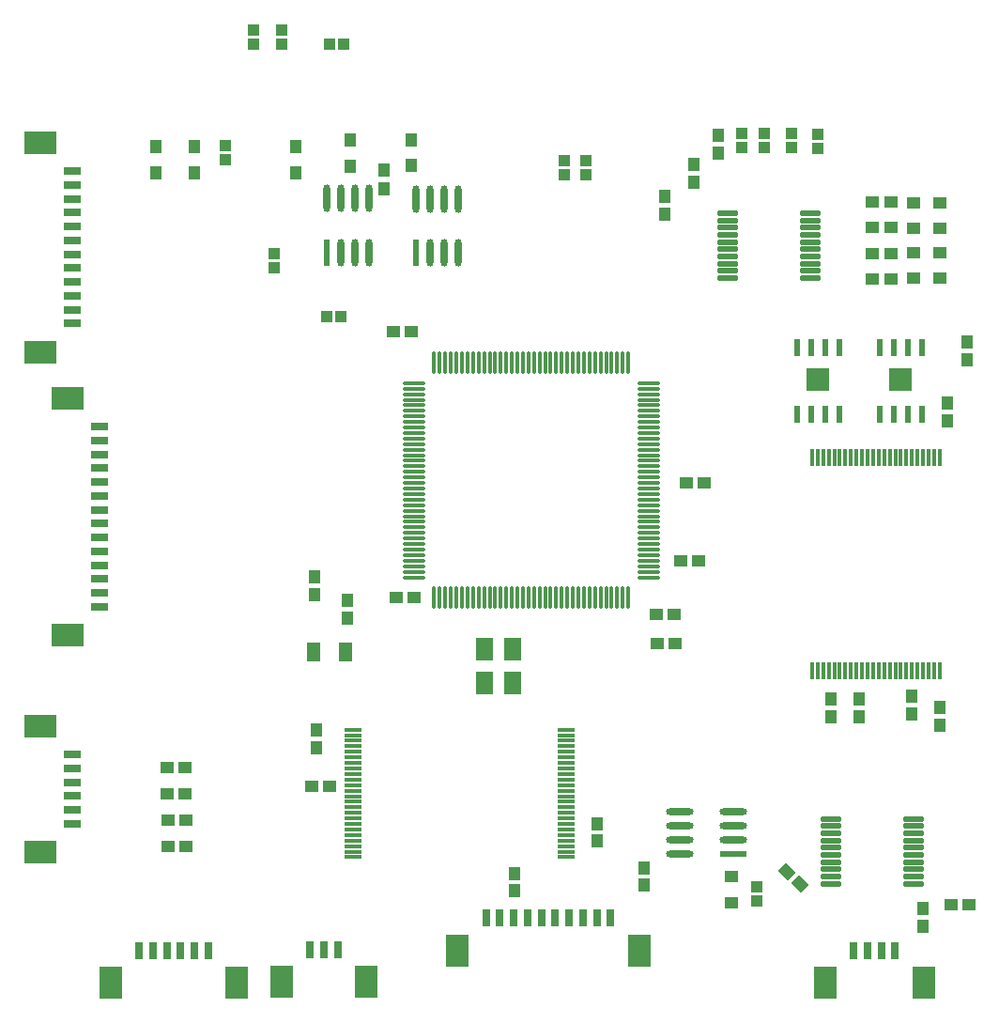
<source format=gtp>
G04*
G04 #@! TF.GenerationSoftware,Altium Limited,Altium Designer,21.1.1 (26)*
G04*
G04 Layer_Color=8421504*
%FSLAX44Y44*%
%MOMM*%
G71*
G04*
G04 #@! TF.SameCoordinates,DA55104B-334F-46BF-AAC2-A5A3D9E97D21*
G04*
G04*
G04 #@! TF.FilePolarity,Positive*
G04*
G01*
G75*
%ADD18R,0.8000X1.6000*%
%ADD19R,2.1000X3.0000*%
%ADD20R,1.0582X1.2061*%
%ADD21R,1.2061X1.0582*%
G04:AMPARAMS|DCode=22|XSize=1.2061mm|YSize=1.0582mm|CornerRadius=0mm|HoleSize=0mm|Usage=FLASHONLY|Rotation=135.000|XOffset=0mm|YOffset=0mm|HoleType=Round|Shape=Rectangle|*
%AMROTATEDRECTD22*
4,1,4,0.8005,-0.0523,0.0523,-0.8005,-0.8005,0.0523,-0.0523,0.8005,0.8005,-0.0523,0.0*
%
%ADD22ROTATEDRECTD22*%

G04:AMPARAMS|DCode=23|XSize=0.45mm|YSize=1.85mm|CornerRadius=0.0495mm|HoleSize=0mm|Usage=FLASHONLY|Rotation=270.000|XOffset=0mm|YOffset=0mm|HoleType=Round|Shape=RoundedRectangle|*
%AMROUNDEDRECTD23*
21,1,0.4500,1.7510,0,0,270.0*
21,1,0.3510,1.8500,0,0,270.0*
1,1,0.0990,-0.8755,-0.1755*
1,1,0.0990,-0.8755,0.1755*
1,1,0.0990,0.8755,0.1755*
1,1,0.0990,0.8755,-0.1755*
%
%ADD23ROUNDEDRECTD23*%
%ADD24R,1.1000X1.2500*%
%ADD25R,1.2500X1.1000*%
%ADD26R,1.6000X0.8000*%
%ADD27R,3.0000X2.1000*%
G04:AMPARAMS|DCode=28|XSize=2.4741mm|YSize=0.6221mm|CornerRadius=0.3111mm|HoleSize=0mm|Usage=FLASHONLY|Rotation=90.000|XOffset=0mm|YOffset=0mm|HoleType=Round|Shape=RoundedRectangle|*
%AMROUNDEDRECTD28*
21,1,2.4741,0.0000,0,0,90.0*
21,1,1.8519,0.6221,0,0,90.0*
1,1,0.6221,0.0000,0.9260*
1,1,0.6221,0.0000,-0.9260*
1,1,0.6221,0.0000,-0.9260*
1,1,0.6221,0.0000,0.9260*
%
%ADD28ROUNDEDRECTD28*%
%ADD29R,0.6221X2.4741*%
G04:AMPARAMS|DCode=30|XSize=2.4741mm|YSize=0.6221mm|CornerRadius=0.3111mm|HoleSize=0mm|Usage=FLASHONLY|Rotation=180.000|XOffset=0mm|YOffset=0mm|HoleType=Round|Shape=RoundedRectangle|*
%AMROUNDEDRECTD30*
21,1,2.4741,0.0000,0,0,180.0*
21,1,1.8519,0.6221,0,0,180.0*
1,1,0.6221,-0.9260,0.0000*
1,1,0.6221,0.9260,0.0000*
1,1,0.6221,0.9260,0.0000*
1,1,0.6221,-0.9260,0.0000*
%
%ADD30ROUNDEDRECTD30*%
%ADD31R,2.4741X0.6221*%
%ADD32R,1.6000X2.0000*%
%ADD33R,1.3000X1.8000*%
%ADD34O,2.1000X0.3000*%
%ADD35O,0.3000X2.1000*%
%ADD36R,1.2087X1.0121*%
%ADD37R,1.6000X0.3000*%
%ADD38R,0.3000X1.6000*%
%ADD39R,1.0000X1.0000*%
%ADD40R,1.0000X1.0000*%
%ADD41R,2.1000X2.1000*%
%ADD42R,0.5000X1.5000*%
%ADD43R,1.1000X1.2000*%
%ADD44R,1.2000X1.1000*%
%ADD45R,1.3000X1.0500*%
D18*
X377720Y34378D02*
D03*
X390220D02*
D03*
X402720D02*
D03*
X415220D02*
D03*
X427720D02*
D03*
X440220D02*
D03*
X452720D02*
D03*
X465220D02*
D03*
X477720D02*
D03*
X490220D02*
D03*
X127500Y5000D02*
D03*
X115000D02*
D03*
X102500D02*
D03*
X90000D02*
D03*
X77500D02*
D03*
X65000D02*
D03*
X709250D02*
D03*
X721750D02*
D03*
X734250D02*
D03*
X746750D02*
D03*
X244148Y5720D02*
D03*
X231648D02*
D03*
X219148D02*
D03*
D19*
X352220Y5378D02*
D03*
X515720D02*
D03*
X153000Y-24000D02*
D03*
X39500D02*
D03*
X683750D02*
D03*
X772250D02*
D03*
X269648Y-23280D02*
D03*
X193648D02*
D03*
D20*
X771400Y42897D02*
D03*
Y26875D02*
D03*
X478028Y119742D02*
D03*
Y103720D02*
D03*
X252476Y304497D02*
D03*
Y320519D02*
D03*
X224597Y188220D02*
D03*
Y204242D02*
D03*
X587533Y723545D02*
D03*
Y739567D02*
D03*
X538988Y685263D02*
D03*
Y669241D02*
D03*
X793496Y482805D02*
D03*
Y498827D02*
D03*
X811276Y537786D02*
D03*
Y553808D02*
D03*
X714142Y232112D02*
D03*
Y216090D02*
D03*
X689017Y215851D02*
D03*
Y231873D02*
D03*
X223070Y342101D02*
D03*
Y326080D02*
D03*
X564852Y697681D02*
D03*
Y713703D02*
D03*
X520215Y79981D02*
D03*
Y63959D02*
D03*
X403352Y58879D02*
D03*
Y74901D02*
D03*
X761746Y234181D02*
D03*
Y218159D02*
D03*
X786871Y208485D02*
D03*
Y224507D02*
D03*
D21*
X813286Y46166D02*
D03*
X797264D02*
D03*
X548015Y282028D02*
D03*
X531993D02*
D03*
X106563Y146392D02*
D03*
X90541D02*
D03*
X106817Y99148D02*
D03*
X90795D02*
D03*
X220843Y152996D02*
D03*
X236865D02*
D03*
X310017Y563206D02*
D03*
X293995D02*
D03*
X106817Y123024D02*
D03*
X90795D02*
D03*
X531602Y307936D02*
D03*
X547624D02*
D03*
X106563Y169760D02*
D03*
X90541D02*
D03*
D22*
X649335Y76111D02*
D03*
X660665Y64781D02*
D03*
D23*
X688457Y97929D02*
D03*
X762958Y91429D02*
D03*
X688457D02*
D03*
X762958Y84929D02*
D03*
X688457Y78429D02*
D03*
X762958Y71929D02*
D03*
X688457Y84929D02*
D03*
X762958Y78429D02*
D03*
Y110929D02*
D03*
X688457Y104429D02*
D03*
Y110929D02*
D03*
X762958Y104429D02*
D03*
Y97929D02*
D03*
Y117429D02*
D03*
X688457Y71929D02*
D03*
X762958Y65429D02*
D03*
X688457D02*
D03*
Y117429D02*
D03*
Y123929D02*
D03*
X762958D02*
D03*
X670218Y611172D02*
D03*
Y617672D02*
D03*
Y624172D02*
D03*
Y630672D02*
D03*
Y637172D02*
D03*
Y643672D02*
D03*
Y650172D02*
D03*
Y656672D02*
D03*
Y663172D02*
D03*
Y669672D02*
D03*
X595718Y611172D02*
D03*
Y617672D02*
D03*
Y624172D02*
D03*
Y630672D02*
D03*
Y637172D02*
D03*
Y643672D02*
D03*
Y650172D02*
D03*
Y656672D02*
D03*
Y663172D02*
D03*
Y669672D02*
D03*
D24*
X255524Y711998D02*
D03*
Y735498D02*
D03*
X114808Y705888D02*
D03*
Y729388D02*
D03*
X79756Y705888D02*
D03*
Y729388D02*
D03*
X310642Y712492D02*
D03*
Y735992D02*
D03*
X205994Y705888D02*
D03*
Y729388D02*
D03*
D25*
X763712Y610958D02*
D03*
X787212D02*
D03*
X763712Y633733D02*
D03*
X787212D02*
D03*
X763712Y656509D02*
D03*
X787212D02*
D03*
X763712Y679284D02*
D03*
X787212D02*
D03*
D26*
X5124Y119460D02*
D03*
Y131960D02*
D03*
Y144460D02*
D03*
Y156960D02*
D03*
Y169460D02*
D03*
Y181960D02*
D03*
X5000Y570250D02*
D03*
Y582750D02*
D03*
Y595250D02*
D03*
Y607750D02*
D03*
Y620250D02*
D03*
Y632750D02*
D03*
Y645250D02*
D03*
Y657750D02*
D03*
Y670250D02*
D03*
Y682750D02*
D03*
Y695250D02*
D03*
Y707750D02*
D03*
X29210Y477440D02*
D03*
Y464940D02*
D03*
Y452440D02*
D03*
Y439940D02*
D03*
Y427440D02*
D03*
Y414940D02*
D03*
Y402440D02*
D03*
Y389940D02*
D03*
Y377440D02*
D03*
Y364940D02*
D03*
Y352440D02*
D03*
Y339940D02*
D03*
Y327440D02*
D03*
Y314940D02*
D03*
D27*
X-23876Y93960D02*
D03*
Y207460D02*
D03*
X-24000Y544750D02*
D03*
Y733250D02*
D03*
X210Y289440D02*
D03*
Y502940D02*
D03*
D28*
X233809Y682835D02*
D03*
X246509D02*
D03*
X259209D02*
D03*
X271909D02*
D03*
Y634514D02*
D03*
X259209D02*
D03*
X246509D02*
D03*
X314832Y682659D02*
D03*
X327532D02*
D03*
X340232D02*
D03*
X352932D02*
D03*
Y634338D02*
D03*
X340232D02*
D03*
X327532D02*
D03*
D29*
X233809Y634514D02*
D03*
X314832Y634338D02*
D03*
D30*
X552419Y92290D02*
D03*
Y104990D02*
D03*
Y117690D02*
D03*
Y130390D02*
D03*
X600741D02*
D03*
Y117690D02*
D03*
Y104990D02*
D03*
D31*
Y92290D02*
D03*
D32*
X376050Y277195D02*
D03*
X401450D02*
D03*
Y246305D02*
D03*
X376050D02*
D03*
D33*
X251228Y274662D02*
D03*
X222228D02*
D03*
D34*
X312592Y516594D02*
D03*
Y511594D02*
D03*
Y506594D02*
D03*
Y501594D02*
D03*
Y496594D02*
D03*
Y491594D02*
D03*
Y486594D02*
D03*
Y481594D02*
D03*
Y476594D02*
D03*
Y471594D02*
D03*
Y466594D02*
D03*
Y461594D02*
D03*
Y456594D02*
D03*
Y451594D02*
D03*
Y446594D02*
D03*
Y441594D02*
D03*
Y436594D02*
D03*
Y431594D02*
D03*
Y426594D02*
D03*
Y421594D02*
D03*
Y416594D02*
D03*
Y411594D02*
D03*
Y406594D02*
D03*
Y401594D02*
D03*
Y396594D02*
D03*
Y391594D02*
D03*
Y386594D02*
D03*
Y381594D02*
D03*
Y376594D02*
D03*
Y371594D02*
D03*
Y366594D02*
D03*
Y361594D02*
D03*
Y356594D02*
D03*
Y351594D02*
D03*
Y346594D02*
D03*
Y341594D02*
D03*
X524592D02*
D03*
Y346594D02*
D03*
Y351594D02*
D03*
Y356594D02*
D03*
Y361594D02*
D03*
Y366594D02*
D03*
Y371594D02*
D03*
Y376594D02*
D03*
Y381594D02*
D03*
Y386594D02*
D03*
Y391594D02*
D03*
Y396594D02*
D03*
Y401594D02*
D03*
Y406594D02*
D03*
Y411594D02*
D03*
Y416594D02*
D03*
Y421594D02*
D03*
Y426594D02*
D03*
Y431594D02*
D03*
Y436594D02*
D03*
Y441594D02*
D03*
Y446594D02*
D03*
Y451594D02*
D03*
Y456594D02*
D03*
Y461594D02*
D03*
Y466594D02*
D03*
Y471594D02*
D03*
Y476594D02*
D03*
Y481594D02*
D03*
Y486594D02*
D03*
Y491594D02*
D03*
Y496594D02*
D03*
Y501594D02*
D03*
Y506594D02*
D03*
Y511594D02*
D03*
Y516594D02*
D03*
D35*
X331092Y323094D02*
D03*
X336092D02*
D03*
X341092D02*
D03*
X346092D02*
D03*
X351092D02*
D03*
X356092D02*
D03*
X361092D02*
D03*
X366092D02*
D03*
X371092D02*
D03*
X376092D02*
D03*
X381092D02*
D03*
X386092D02*
D03*
X391092D02*
D03*
X396092D02*
D03*
X401092D02*
D03*
X406092D02*
D03*
X411092D02*
D03*
X416092D02*
D03*
X421092D02*
D03*
X426092D02*
D03*
X431092D02*
D03*
X436092D02*
D03*
X441092D02*
D03*
X446092D02*
D03*
X451092D02*
D03*
X456092D02*
D03*
X461092D02*
D03*
X466092D02*
D03*
X471092D02*
D03*
X476092D02*
D03*
X481092D02*
D03*
X486092D02*
D03*
X491092D02*
D03*
X496092D02*
D03*
X501092D02*
D03*
X506092D02*
D03*
Y535094D02*
D03*
X501092D02*
D03*
X496092D02*
D03*
X491092D02*
D03*
X486092D02*
D03*
X481092D02*
D03*
X476092D02*
D03*
X471092D02*
D03*
X466092D02*
D03*
X461092D02*
D03*
X456092D02*
D03*
X451092D02*
D03*
X446092D02*
D03*
X441092D02*
D03*
X436092D02*
D03*
X431092D02*
D03*
X426092D02*
D03*
X421092D02*
D03*
X416092D02*
D03*
X411092D02*
D03*
X406092D02*
D03*
X401092D02*
D03*
X396092D02*
D03*
X391092D02*
D03*
X386092D02*
D03*
X381092D02*
D03*
X376092D02*
D03*
X371092D02*
D03*
X366092D02*
D03*
X361092D02*
D03*
X356092D02*
D03*
X351092D02*
D03*
X346092D02*
D03*
X341092D02*
D03*
X336092D02*
D03*
X331092D02*
D03*
D36*
X558514Y426808D02*
D03*
X574548D02*
D03*
X553069Y356450D02*
D03*
X569103D02*
D03*
X312563Y323684D02*
D03*
X296529D02*
D03*
D37*
X257834Y204304D02*
D03*
Y199304D02*
D03*
Y194304D02*
D03*
Y189304D02*
D03*
Y184304D02*
D03*
Y179304D02*
D03*
Y174304D02*
D03*
Y169304D02*
D03*
Y164304D02*
D03*
Y159304D02*
D03*
Y154304D02*
D03*
Y149304D02*
D03*
Y144304D02*
D03*
Y139304D02*
D03*
Y134304D02*
D03*
Y129304D02*
D03*
Y124304D02*
D03*
Y119304D02*
D03*
Y114304D02*
D03*
Y109304D02*
D03*
Y104304D02*
D03*
Y99304D02*
D03*
Y94304D02*
D03*
Y89304D02*
D03*
X449834Y204304D02*
D03*
Y199304D02*
D03*
Y194304D02*
D03*
Y189304D02*
D03*
Y184304D02*
D03*
Y179304D02*
D03*
Y174304D02*
D03*
Y169304D02*
D03*
Y164304D02*
D03*
Y159304D02*
D03*
Y154304D02*
D03*
Y149304D02*
D03*
Y144304D02*
D03*
Y139304D02*
D03*
Y134304D02*
D03*
Y129304D02*
D03*
Y124304D02*
D03*
Y119304D02*
D03*
Y114304D02*
D03*
Y109304D02*
D03*
Y104304D02*
D03*
Y99304D02*
D03*
Y94304D02*
D03*
Y89304D02*
D03*
D38*
X671837Y257770D02*
D03*
X676837D02*
D03*
X681837D02*
D03*
X686837D02*
D03*
X691837D02*
D03*
X696837D02*
D03*
X701837D02*
D03*
X706837D02*
D03*
X711837D02*
D03*
X716837D02*
D03*
X721837D02*
D03*
X726837D02*
D03*
X731837D02*
D03*
X736837D02*
D03*
X741837D02*
D03*
X746837D02*
D03*
X751837D02*
D03*
X756837D02*
D03*
X761837D02*
D03*
X766837D02*
D03*
X771837D02*
D03*
X776837D02*
D03*
X781837D02*
D03*
X786837D02*
D03*
X671837Y449770D02*
D03*
X676837D02*
D03*
X681837D02*
D03*
X686837D02*
D03*
X691837D02*
D03*
X696837D02*
D03*
X701837D02*
D03*
X706837D02*
D03*
X711837D02*
D03*
X716837D02*
D03*
X721837D02*
D03*
X726837D02*
D03*
X731837D02*
D03*
X736837D02*
D03*
X741837D02*
D03*
X746837D02*
D03*
X751837D02*
D03*
X756837D02*
D03*
X761837D02*
D03*
X766837D02*
D03*
X771837D02*
D03*
X776837D02*
D03*
X781837D02*
D03*
X786837D02*
D03*
D39*
X142407Y730325D02*
D03*
Y717625D02*
D03*
X168542Y822385D02*
D03*
Y835085D02*
D03*
X193458Y822385D02*
D03*
Y835085D02*
D03*
X608579Y728622D02*
D03*
Y741322D02*
D03*
X628396Y729068D02*
D03*
Y741768D02*
D03*
X653288Y728814D02*
D03*
Y741514D02*
D03*
X676700Y728512D02*
D03*
Y741212D02*
D03*
X448794Y704142D02*
D03*
Y716842D02*
D03*
X186944Y620356D02*
D03*
Y633056D02*
D03*
X467510Y704142D02*
D03*
Y716842D02*
D03*
X622052Y62825D02*
D03*
Y50125D02*
D03*
D40*
X247142Y576668D02*
D03*
X234442D02*
D03*
X236591Y821738D02*
D03*
X249291D02*
D03*
D41*
X751493Y519478D02*
D03*
X676685D02*
D03*
D42*
X733243Y548228D02*
D03*
X745943D02*
D03*
X758643D02*
D03*
X771343D02*
D03*
Y488228D02*
D03*
X758643D02*
D03*
X745943D02*
D03*
X733243D02*
D03*
X658435Y548228D02*
D03*
X671135D02*
D03*
X683835D02*
D03*
X696535D02*
D03*
Y488228D02*
D03*
X683835D02*
D03*
X671135D02*
D03*
X658435D02*
D03*
D43*
X285496Y708500D02*
D03*
Y691500D02*
D03*
D44*
X742814Y610704D02*
D03*
X725814D02*
D03*
X742814Y633649D02*
D03*
X725814D02*
D03*
X742814Y656593D02*
D03*
X725814D02*
D03*
X742814Y679538D02*
D03*
X725814D02*
D03*
D45*
X598684Y72031D02*
D03*
Y48032D02*
D03*
M02*

</source>
